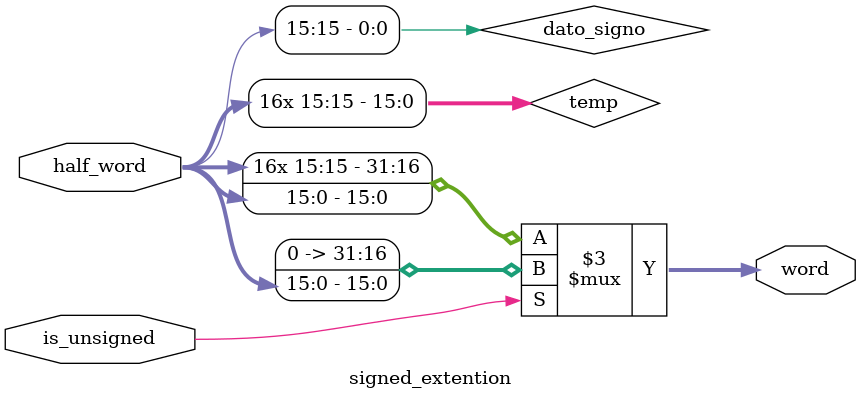
<source format=v>
module signed_extention #(
		parameter SIZE_WORD = 32,
		parameter SIZE_HALF_WORD = 16
)(
	input [SIZE_HALF_WORD-1:0] half_word,
	input is_unsigned,
	output reg[SIZE_WORD-1:0] word

);
wire dato_signo = half_word[SIZE_HALF_WORD-1];
wire [SIZE_HALF_WORD-1:0]temp;

assign temp = {16{dato_signo}};


always@(*)begin
	if(is_unsigned)begin
		word = {16'b0, half_word};
	end else begin
		word = {{16{temp}}, half_word};
	end
end


endmodule
</source>
